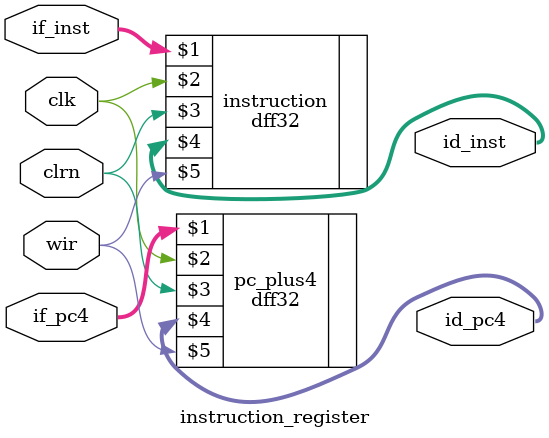
<source format=v>
`timescale 1ns / 1ps
module instruction_register(if_pc4,if_inst,clk,clrn,id_pc4,id_inst,wir
    );
	 input wir;
	 input [31:0] if_pc4, if_inst;
	 input clk, clrn;
	 output [31:0] id_pc4,id_inst;
	 
	 dff32 pc_plus4 (if_pc4,clk,clrn,id_pc4, wir);		//pc+4¼Ä´æÆ÷
	 dff32 instruction (if_inst,clk,clrn,id_inst, wir);		//Ö¸Áî¼Ä´æÆ÷

endmodule

</source>
